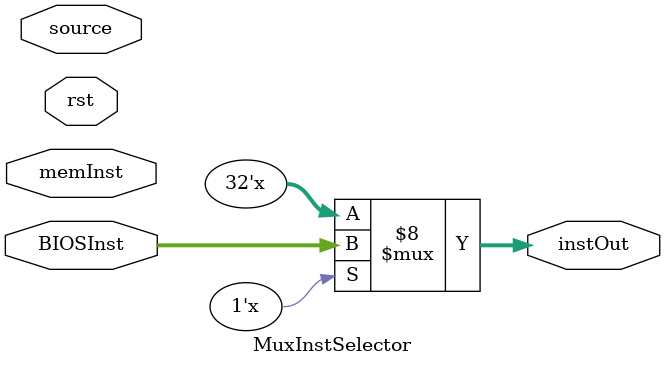
<source format=v>
module MuxInstSelector( source, memInst, BIOSInst, instOut, rst );

	input source, rst;
	input[31:0] memInst, BIOSInst;
	output reg[31:0] instOut;
	reg state = 0;
	
	
	always @(*)
	begin
		if( !state )
			begin
				instOut <= BIOSInst;
				if( source )
					state <= 1;
			end
		else if( state )
			begin
				instOut <= memInst;
				if( rst )
					state <= 0;
			end
	end

endmodule 
</source>
